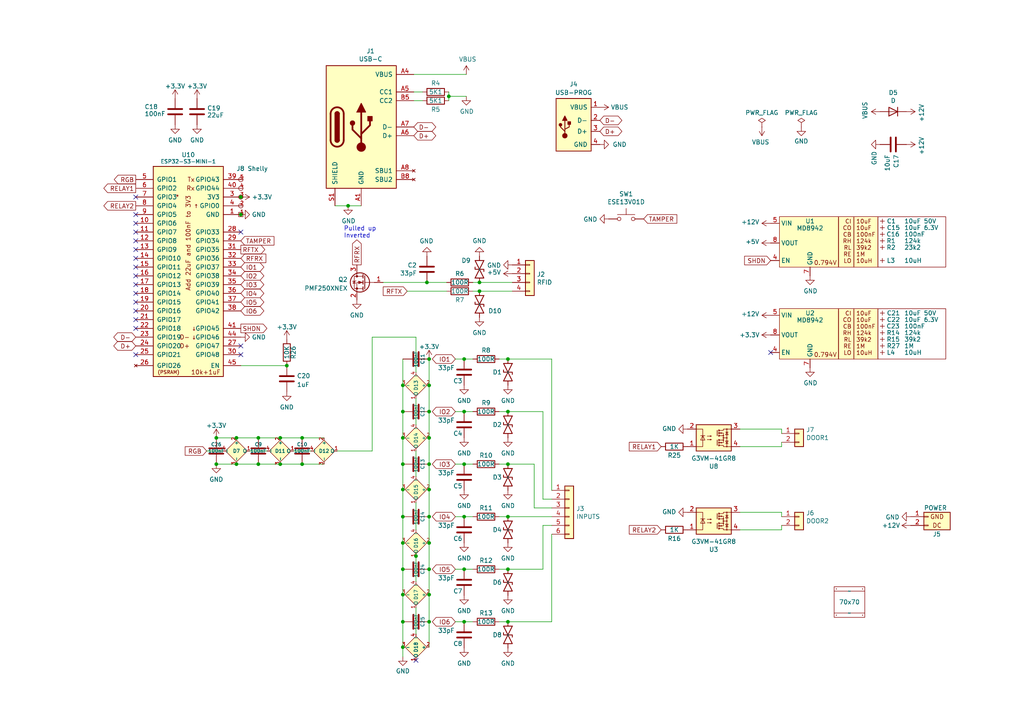
<source format=kicad_sch>
(kicad_sch (version 20230121) (generator eeschema)
  (paper "A4")
  (title_block (title "Access control") (rev "3") (company "Adrian Kennard Andrews & Arnold Ltd") (comment 1 "toot.me.uk/@RevK") (comment 2 "www.me.uk"))
  (junction (at 123.825 81.915))
  (junction (at 120.65 161.29))
  (junction (at 100.965 59.69))
  (junction (at 147.32 134.62))
  (junction (at 69.85 57.15))
  (junction (at 124.46 134.62))
  (junction (at 74.93 134.62))
  (junction (at 74.93 127))
  (junction (at 134.62 104.14))
  (junction (at 116.84 127))
  (junction (at 134.62 180.34))
  (junction (at 116.84 111.76))
  (junction (at 69.85 62.23))
  (junction (at 116.84 141.986))
  (junction (at 134.62 134.62))
  (junction (at 81.28 134.62))
  (junction (at 87.63 134.62))
  (junction (at 116.84 157.48))
  (junction (at 124.46 127))
  (junction (at 116.84 187.706))
  (junction (at 134.62 149.86))
  (junction (at 62.738 127))
  (junction (at 116.84 172.466))
  (junction (at 130.175 27.94))
  (junction (at 116.84 149.86))
  (junction (at 139.065 84.455))
  (junction (at 124.46 119.38))
  (junction (at 116.84 134.62))
  (junction (at 116.84 180.34))
  (junction (at 62.738 134.62))
  (junction (at 147.32 180.34))
  (junction (at 124.46 172.466))
  (junction (at 124.46 165.1))
  (junction (at 124.46 141.986))
  (junction (at 124.46 180.34))
  (junction (at 147.32 165.1))
  (junction (at 87.63 127))
  (junction (at 68.58 127))
  (junction (at 147.32 119.38))
  (junction (at 147.32 104.14))
  (junction (at 116.84 165.1))
  (junction (at 124.46 111.76))
  (junction (at 116.84 119.38))
  (junction (at 68.58 134.62))
  (junction (at 83.185 106.045))
  (junction (at 139.065 81.915))
  (junction (at 124.46 104.14))
  (junction (at 134.62 119.38))
  (junction (at 134.62 165.1))
  (junction (at 124.46 157.48))
  (junction (at 124.46 149.86))
  (junction (at 81.28 127))
  (junction (at 147.32 149.86))
  (no_connect (at 39.37 92.71))
  (no_connect (at 39.37 72.39))
  (no_connect (at 69.85 102.87))
  (no_connect (at 39.37 102.87))
  (no_connect (at 39.37 69.85))
  (no_connect (at 39.37 90.17))
  (no_connect (at 39.37 77.47))
  (no_connect (at 39.37 62.23))
  (no_connect (at 39.37 74.93))
  (no_connect (at 120.65 191.516))
  (no_connect (at 39.37 64.77))
  (no_connect (at 223.52 102.235))
  (no_connect (at 69.85 67.31))
  (no_connect (at 39.37 95.25))
  (no_connect (at 39.37 87.63))
  (no_connect (at 39.37 57.15))
  (no_connect (at 39.37 67.31))
  (no_connect (at 39.37 80.01))
  (no_connect (at 39.37 82.55))
  (no_connect (at 39.37 85.09))
  (no_connect (at 69.85 100.33))
  (wire (pts (xy 226.695 129.54) (xy 214.63 129.54)))
  (wire (pts (xy 116.84 180.34) (xy 116.84 187.706)))
  (wire (pts (xy 74.93 134.62) (xy 81.28 134.62)))
  (wire (pts (xy 118.11 84.455) (xy 129.54 84.455)))
  (wire (pts (xy 120.65 161.29) (xy 120.65 168.656)))
  (wire (pts (xy 81.28 134.62) (xy 87.63 134.62)))
  (wire (pts (xy 116.84 134.62) (xy 116.84 141.986)))
  (wire (pts (xy 116.84 187.706) (xy 116.84 190.5)))
  (wire (pts (xy 139.065 81.915) (xy 148.59 81.915)))
  (wire (pts (xy 107.95 97.79) (xy 120.65 97.79)))
  (wire (pts (xy 124.46 172.466) (xy 124.46 180.34)))
  (wire (pts (xy 144.78 134.62) (xy 147.32 134.62)))
  (wire (pts (xy 87.63 127) (xy 93.98 127)))
  (wire (pts (xy 226.695 153.67) (xy 214.63 153.67)))
  (wire (pts (xy 157.48 119.38) (xy 157.48 144.78)))
  (wire (pts (xy 72.39 130.81) (xy 77.47 130.81)))
  (wire (pts (xy 160.02 154.94) (xy 160.02 180.34)))
  (wire (pts (xy 154.94 147.32) (xy 160.02 147.32)))
  (wire (pts (xy 120.65 160.02) (xy 120.65 161.29)))
  (wire (pts (xy 214.63 148.59) (xy 226.695 148.59)))
  (wire (pts (xy 116.84 149.86) (xy 116.84 157.48)))
  (wire (pts (xy 124.46 134.62) (xy 124.46 141.986)))
  (wire (pts (xy 134.62 119.38) (xy 137.16 119.38)))
  (wire (pts (xy 132.08 165.1) (xy 134.62 165.1)))
  (wire (pts (xy 120.015 26.67) (xy 122.555 26.67)))
  (wire (pts (xy 226.695 128.27) (xy 226.695 129.54)))
  (wire (pts (xy 124.46 157.48) (xy 124.46 165.1)))
  (wire (pts (xy 144.78 180.34) (xy 147.32 180.34)))
  (wire (pts (xy 134.62 104.14) (xy 137.16 104.14)))
  (wire (pts (xy 226.695 125.73) (xy 226.695 124.46)))
  (wire (pts (xy 132.08 134.62) (xy 134.62 134.62)))
  (wire (pts (xy 116.84 127) (xy 116.84 134.62)))
  (wire (pts (xy 116.84 157.48) (xy 116.84 165.1)))
  (wire (pts (xy 147.32 104.14) (xy 160.02 104.14)))
  (wire (pts (xy 130.175 27.94) (xy 130.175 29.21)))
  (wire (pts (xy 69.85 106.045) (xy 83.185 106.045)))
  (wire (pts (xy 74.93 127) (xy 81.28 127)))
  (wire (pts (xy 87.63 134.62) (xy 93.98 134.62)))
  (wire (pts (xy 160.02 180.34) (xy 147.32 180.34)))
  (wire (pts (xy 157.48 152.4) (xy 160.02 152.4)))
  (wire (pts (xy 132.08 149.86) (xy 134.62 149.86)))
  (wire (pts (xy 85.09 130.81) (xy 90.17 130.81)))
  (wire (pts (xy 124.46 149.86) (xy 124.46 157.48)))
  (wire (pts (xy 116.84 172.466) (xy 116.84 180.34)))
  (wire (pts (xy 132.08 180.34) (xy 134.62 180.34)))
  (wire (pts (xy 116.84 141.986) (xy 116.84 149.86)))
  (wire (pts (xy 124.46 104.14) (xy 124.46 111.76)))
  (wire (pts (xy 144.78 119.38) (xy 147.32 119.38)))
  (wire (pts (xy 120.65 115.57) (xy 120.65 123.19)))
  (wire (pts (xy 137.16 81.915) (xy 139.065 81.915)))
  (wire (pts (xy 120.015 21.59) (xy 135.255 21.59)))
  (wire (pts (xy 134.62 180.34) (xy 137.16 180.34)))
  (wire (pts (xy 134.62 149.86) (xy 137.16 149.86)))
  (wire (pts (xy 62.738 134.62) (xy 68.58 134.62)))
  (wire (pts (xy 226.695 152.4) (xy 226.695 153.67)))
  (wire (pts (xy 147.32 149.86) (xy 160.02 149.86)))
  (wire (pts (xy 134.62 165.1) (xy 137.16 165.1)))
  (wire (pts (xy 81.28 127) (xy 87.63 127)))
  (wire (pts (xy 120.65 97.79) (xy 120.65 107.95)))
  (wire (pts (xy 116.84 165.1) (xy 116.84 172.466)))
  (wire (pts (xy 59.944 130.81) (xy 64.77 130.81)))
  (wire (pts (xy 124.46 127) (xy 124.46 134.62)))
  (wire (pts (xy 123.825 81.915) (xy 129.54 81.915)))
  (wire (pts (xy 97.79 130.81) (xy 107.95 130.81)))
  (wire (pts (xy 107.95 130.81) (xy 107.95 97.79)))
  (wire (pts (xy 120.015 29.21) (xy 122.555 29.21)))
  (wire (pts (xy 120.65 145.796) (xy 120.65 153.67)))
  (wire (pts (xy 124.46 141.986) (xy 124.46 149.86)))
  (wire (pts (xy 124.46 111.76) (xy 124.46 119.38)))
  (wire (pts (xy 132.08 104.14) (xy 134.62 104.14)))
  (wire (pts (xy 154.94 134.62) (xy 154.94 147.32)))
  (wire (pts (xy 120.65 176.276) (xy 120.65 183.896)))
  (wire (pts (xy 160.02 104.14) (xy 160.02 142.24)))
  (wire (pts (xy 135.255 27.94) (xy 130.175 27.94)))
  (wire (pts (xy 144.78 104.14) (xy 147.32 104.14)))
  (wire (pts (xy 214.63 124.46) (xy 226.695 124.46)))
  (wire (pts (xy 68.58 127) (xy 74.93 127)))
  (wire (pts (xy 116.84 119.38) (xy 116.84 127)))
  (wire (pts (xy 120.65 130.81) (xy 120.65 138.176)))
  (wire (pts (xy 157.48 144.78) (xy 160.02 144.78)))
  (wire (pts (xy 137.16 84.455) (xy 139.065 84.455)))
  (wire (pts (xy 62.738 127) (xy 68.58 127)))
  (wire (pts (xy 124.46 119.38) (xy 124.46 127)))
  (wire (pts (xy 147.32 134.62) (xy 154.94 134.62)))
  (wire (pts (xy 111.125 81.915) (xy 123.825 81.915)))
  (wire (pts (xy 130.175 26.67) (xy 130.175 27.94)))
  (wire (pts (xy 144.78 149.86) (xy 147.32 149.86)))
  (wire (pts (xy 132.08 119.38) (xy 134.62 119.38)))
  (wire (pts (xy 68.58 134.62) (xy 74.93 134.62)))
  (wire (pts (xy 144.78 165.1) (xy 147.32 165.1)))
  (wire (pts (xy 226.695 149.86) (xy 226.695 148.59)))
  (wire (pts (xy 116.84 104.14) (xy 116.84 111.76)))
  (wire (pts (xy 134.62 134.62) (xy 137.16 134.62)))
  (wire (pts (xy 147.32 165.1) (xy 157.48 165.1)))
  (wire (pts (xy 124.46 180.34) (xy 124.46 187.706)))
  (wire (pts (xy 100.965 59.69) (xy 104.775 59.69)))
  (wire (pts (xy 157.48 165.1) (xy 157.48 152.4)))
  (wire (pts (xy 97.155 59.69) (xy 100.965 59.69)))
  (wire (pts (xy 124.46 165.1) (xy 124.46 172.466)))
  (wire (pts (xy 116.84 111.76) (xy 116.84 119.38)))
  (wire (pts (xy 139.065 84.455) (xy 148.59 84.455)))
  (wire (pts (xy 147.32 119.38) (xy 157.48 119.38)))
  (text "Pulled up\nInverted" (at 99.695 69.215 0) (effects (font (size 1.27 1.27)) (justify left bottom)))
  (global_label "IO3" (shape bidirectional) (at 132.08 134.62 180) (property "Intersheetrefs" "${INTERSHEET_REFS}" (effects hide)))
  (global_label "RELAY2" (shape output) (at 39.37 59.69 180) (property "Intersheetrefs" "${INTERSHEET_REFS}" (effects hide)))
  (global_label "IO4" (shape bidirectional) (at 132.08 149.86 180) (property "Intersheetrefs" "${INTERSHEET_REFS}" (effects hide)))
  (global_label "RGB" (shape input) (at 59.944 130.81 180) (property "Intersheetrefs" "${INTERSHEET_REFS}" (effects hide)))
  (global_label "IO4" (shape bidirectional) (at 69.85 85.09 0) (property "Intersheetrefs" "${INTERSHEET_REFS}" (effects hide)))
  (global_label "IO5" (shape bidirectional) (at 132.08 165.1 180) (property "Intersheetrefs" "${INTERSHEET_REFS}" (effects hide)))
  (global_label "D-" (shape bidirectional) (at 120.015 36.83 0) (property "Intersheetrefs" "${INTERSHEET_REFS}" (effects hide)))
  (global_label "IO2" (shape bidirectional) (at 69.85 80.01 0) (property "Intersheetrefs" "${INTERSHEET_REFS}" (effects hide)))
  (global_label "SHDN" (shape input) (at 223.52 75.565 180) (property "Intersheetrefs" "${INTERSHEET_REFS}" (effects hide)))
  (global_label "RELAY2" (shape input) (at 191.77 153.67 180) (property "Intersheetrefs" "${INTERSHEET_REFS}" (effects hide)))
  (global_label "TAMPER" (shape input) (at 186.69 63.5 0) (property "Intersheetrefs" "${INTERSHEET_REFS}" (effects hide)))
  (global_label "RFTX" (shape output) (at 69.85 72.39 0) (property "Intersheetrefs" "${INTERSHEET_REFS}" (effects hide)))
  (global_label "TAMPER" (shape input) (at 69.85 69.85 0) (property "Intersheetrefs" "${INTERSHEET_REFS}" (effects hide)))
  (global_label "D+" (shape bidirectional) (at 173.99 38.1 0) (property "Intersheetrefs" "${INTERSHEET_REFS}" (effects hide)))
  (global_label "IO1" (shape bidirectional) (at 69.85 77.47 0) (property "Intersheetrefs" "${INTERSHEET_REFS}" (effects hide)))
  (global_label "RELAY1" (shape input) (at 191.77 129.54 180) (property "Intersheetrefs" "${INTERSHEET_REFS}" (effects hide)))
  (global_label "IO6" (shape bidirectional) (at 69.85 90.17 0) (property "Intersheetrefs" "${INTERSHEET_REFS}" (effects hide)))
  (global_label "RGB" (shape output) (at 39.37 52.07 180) (property "Intersheetrefs" "${INTERSHEET_REFS}" (effects hide)))
  (global_label "D-" (shape bidirectional) (at 39.37 97.79 180) (property "Intersheetrefs" "${INTERSHEET_REFS}" (effects hide)))
  (global_label "RFRX" (shape output) (at 103.505 76.835 90) (property "Intersheetrefs" "${INTERSHEET_REFS}" (effects hide)))
  (global_label "D+" (shape bidirectional) (at 120.015 39.37 0) (property "Intersheetrefs" "${INTERSHEET_REFS}" (effects hide)))
  (global_label "IO2" (shape bidirectional) (at 132.08 119.38 180) (property "Intersheetrefs" "${INTERSHEET_REFS}" (effects hide)))
  (global_label "IO1" (shape bidirectional) (at 132.08 104.14 180) (property "Intersheetrefs" "${INTERSHEET_REFS}" (effects hide)))
  (global_label "D-" (shape bidirectional) (at 173.99 34.925 0) (property "Intersheetrefs" "${INTERSHEET_REFS}" (effects hide)))
  (global_label "IO3" (shape bidirectional) (at 69.85 82.55 0) (property "Intersheetrefs" "${INTERSHEET_REFS}" (effects hide)))
  (global_label "RELAY1" (shape output) (at 39.37 54.61 180) (property "Intersheetrefs" "${INTERSHEET_REFS}" (effects hide)))
  (global_label "D+" (shape bidirectional) (at 39.37 100.33 180) (property "Intersheetrefs" "${INTERSHEET_REFS}" (effects hide)))
  (global_label "RFRX" (shape input) (at 69.85 74.93 0) (property "Intersheetrefs" "${INTERSHEET_REFS}" (effects hide)))
  (global_label "IO6" (shape bidirectional) (at 132.08 180.34 180) (property "Intersheetrefs" "${INTERSHEET_REFS}" (effects hide)))
  (global_label "SHDN" (shape output) (at 69.85 95.25 0) (property "Intersheetrefs" "${INTERSHEET_REFS}" (effects hide)))
  (global_label "IO5" (shape bidirectional) (at 69.85 87.63 0) (property "Intersheetrefs" "${INTERSHEET_REFS}" (effects hide)))
  (global_label "RFTX" (shape input) (at 118.11 84.455 180) (property "Intersheetrefs" "${INTERSHEET_REFS}" (effects hide)))
  (symbol (lib_id "RevK:USB-C-Socket-H") (at 104.775 36.83 0) (unit 1)
    (property "Reference" "J1" (at 107.4928 14.8082 0))
    (property "Value" "USB-C" (at 107.4928 17.1196 0))
    (property "Footprint" "RevK:USB-C-Socket-H" (effects hide))
    (property "Datasheet" "https://www.usb.org/sites/default/files/documents/usb_type-c.zip" (effects hide))
    (property "LCSC Part #" "C709357" (effects hide))
  )
  (symbol (lib_id "Device:R") (at 126.365 26.67 90) (unit 1)
    (property "Reference" "R4" (at 126.365 24.13 90))
    (property "Value" "5K1" (at 126.365 26.67 90))
    (property "Footprint" "RevK:R_0402" (effects hide))
  )
  (symbol (lib_id "power:GND") (at 100.965 59.69 0) (unit 1)
    (property "Reference" "#PWR032" (effects hide))
    (property "Value" "GND" (at 101.092 64.0842 0))
  )
  (symbol (lib_id "Device:R") (at 126.365 29.21 270) (unit 1)
    (property "Reference" "R5" (at 126.365 31.75 90))
    (property "Value" "5K1" (at 126.365 29.21 90))
    (property "Footprint" "RevK:R_0402" (effects hide))
  )
  (symbol (lib_id "Connector_Generic:Conn_01x04") (at 153.67 79.375 0) (unit 1)
    (property "Reference" "J2" (at 155.702 79.5782 0) (effects (justify left)))
    (property "Value" "RFID" (at 155.702 81.8896 0) (effects (justify left)))
    (property "Footprint" "RevK:PTSM-HH-4-RA" (effects hide))
  )
  (symbol (lib_id "RevK:PowerIn") (at 269.24 149.86 0) (unit 1)
    (property "Reference" "J5" (at 270.51 154.94 0) (effects (justify left)))
    (property "Value" "POWER" (at 267.97 147.32 0) (effects (justify left)))
    (property "Footprint" "RevK:PTSM-HH1-2-RA-W" (effects hide))
  )
  (symbol (lib_id "power:GND") (at 148.59 76.835 270) (unit 1)
    (property "Reference" "#PWR033" (effects hide))
    (property "Value" "GND" (at 145.3388 76.962 90) (effects (justify right)))
  )
  (symbol (lib_id "power:GND") (at 264.16 149.86 270) (unit 1)
    (property "Reference" "#PWR045" (effects hide))
    (property "Value" "GND" (at 260.9088 149.987 90) (effects (justify right)))
  )
  (symbol (lib_id "power:+5V") (at 148.59 79.375 90) (unit 1)
    (property "Reference" "#PWR034" (effects hide))
    (property "Value" "+5V" (at 145.3388 78.994 90) (effects (justify left)))
  )
  (symbol (lib_id "power:GND") (at 199.39 148.59 270) (mirror x) (unit 1)
    (property "Reference" "#PWR041" (effects hide))
    (property "Value" "GND" (at 196.1388 148.463 90) (effects (justify right)))
  )
  (symbol (lib_id "Device:R") (at 195.58 153.67 270) (mirror x) (unit 1)
    (property "Reference" "R16" (at 195.58 156.21 90))
    (property "Value" "1K" (at 195.58 153.67 90))
    (property "Footprint" "RevK:R_0402" (effects hide))
  )
  (symbol (lib_id "RevK:G3VM-41GR8") (at 207.01 151.13 0) (mirror x) (unit 1)
    (property "Reference" "U3" (at 207.01 159.385 0))
    (property "Value" "G3VM-41GR8" (at 207.01 157.0736 0))
    (property "Footprint" "RevK:Special-SOP-4-3.7x4.55" (effects hide))
    (property "Datasheet" "https://toshiba.semicon-storage.com/info/docget.jsp?did=1284&prodName=TLP3542" (effects hide))
    (property "LCSC Part #" "C2691601" (effects hide))
    (property "JLCPCB Rotation Offset" "180" (effects hide))
  )
  (symbol (lib_id "Connector_Generic:Conn_01x02") (at 231.775 149.86 0) (unit 1)
    (property "Reference" "J6" (at 233.807 148.7932 0) (effects (justify left)))
    (property "Value" "DOOR2" (at 233.807 151.1046 0) (effects (justify left)))
    (property "Footprint" "RevK:PTSM-HH1-2-RA" (effects hide))
  )
  (symbol (lib_id "Connector_Generic:Conn_01x06") (at 165.1 147.32 0) (unit 1)
    (property "Reference" "J3" (at 167.132 147.5232 0) (effects (justify left)))
    (property "Value" "INPUTS" (at 167.132 149.8346 0) (effects (justify left)))
    (property "Footprint" "RevK:PTSM-HH-6-RA" (effects hide))
  )
  (symbol (lib_id "power:+12V") (at 262.89 32.385 270) (unit 1)
    (property "Reference" "#PWR059" (effects hide))
    (property "Value" "+12V" (at 267.2842 32.766 0))
  )
  (symbol (lib_id "power:VBUS") (at 255.27 32.385 90) (unit 1)
    (property "Reference" "#PWR058" (effects hide))
    (property "Value" "VBUS" (at 250.8758 32.004 0))
  )
  (symbol (lib_id "Switch:SW_Push") (at 181.61 63.5 0) (mirror y) (unit 1)
    (property "Reference" "SW1" (at 181.61 56.261 0))
    (property "Value" "ESE13V01D" (at 181.61 58.5724 0))
    (property "Footprint" "RevK:ESE13" (effects hide))
  )
  (symbol (lib_id "power:GND") (at 176.53 63.5 270) (unit 1)
    (property "Reference" "#PWR043" (effects hide))
    (property "Value" "GND" (at 173.2788 63.627 90) (effects (justify right)))
  )
  (symbol (lib_id "Device:R") (at 133.35 84.455 270) (unit 1)
    (property "Reference" "R7" (at 133.35 86.995 90))
    (property "Value" "100R" (at 133.35 84.455 90))
    (property "Footprint" "RevK:R_0402" (effects hide))
  )
  (symbol (lib_id "Device:R") (at 133.35 81.915 270) (unit 1)
    (property "Reference" "R6" (at 133.35 79.375 90))
    (property "Value" "100R" (at 133.35 81.915 90))
    (property "Footprint" "RevK:R_0402" (effects hide))
  )
  (symbol (lib_id "Device:R") (at 140.97 104.14 270) (unit 1)
    (property "Reference" "R8" (at 140.97 101.6 90))
    (property "Value" "100R" (at 140.97 104.14 90))
    (property "Footprint" "RevK:R_0402" (effects hide))
  )
  (symbol (lib_id "Device:R") (at 140.97 119.38 270) (unit 1)
    (property "Reference" "R9" (at 140.97 116.84 90))
    (property "Value" "100R" (at 140.97 119.38 90))
    (property "Footprint" "RevK:R_0402" (effects hide))
  )
  (symbol (lib_id "Device:C") (at 134.62 107.95 0) (mirror x) (unit 1)
    (property "Reference" "C3" (at 131.445 110.49 0) (effects (justify left)))
    (property "Value" "33pF" (at 127 106.68 0) (effects (justify left)))
    (property "Footprint" "RevK:C_0402" (effects hide))
  )
  (symbol (lib_id "power:GND") (at 134.62 111.76 0) (unit 1)
    (property "Reference" "#PWR035" (effects hide))
    (property "Value" "GND" (at 134.62 116.205 0))
  )
  (symbol (lib_id "Device:R") (at 140.97 134.62 270) (unit 1)
    (property "Reference" "R10" (at 140.97 132.08 90))
    (property "Value" "100R" (at 140.97 134.62 90))
    (property "Footprint" "RevK:R_0402" (effects hide))
  )
  (symbol (lib_id "Device:R") (at 140.97 149.86 270) (unit 1)
    (property "Reference" "R11" (at 140.97 147.32 90))
    (property "Value" "100R" (at 140.97 149.86 90))
    (property "Footprint" "RevK:R_0402" (effects hide))
  )
  (symbol (lib_id "Device:R") (at 140.97 165.1 270) (unit 1)
    (property "Reference" "R12" (at 140.97 162.56 90))
    (property "Value" "100R" (at 140.97 165.1 90))
    (property "Footprint" "RevK:R_0402" (effects hide))
  )
  (symbol (lib_id "Device:R") (at 140.97 180.34 270) (unit 1)
    (property "Reference" "R13" (at 140.97 177.8 90))
    (property "Value" "100R" (at 140.97 180.34 90))
    (property "Footprint" "RevK:R_0402" (effects hide))
  )
  (symbol (lib_id "Device:C") (at 123.825 78.105 0) (mirror y) (unit 1)
    (property "Reference" "C2" (at 120.904 76.9366 0) (effects (justify left)))
    (property "Value" "33pF" (at 120.904 79.248 0) (effects (justify left)))
    (property "Footprint" "RevK:C_0402" (effects hide))
  )
  (symbol (lib_id "power:GND") (at 123.825 74.295 180) (unit 1)
    (property "Reference" "#PWR013" (effects hide))
    (property "Value" "GND" (at 123.698 69.9008 0))
  )
  (symbol (lib_id "power:VBUS") (at 135.255 21.59 0) (unit 1)
    (property "Reference" "#PWR030" (effects hide))
    (property "Value" "VBUS" (at 135.636 17.1958 0))
  )
  (symbol (lib_id "power:GND") (at 135.255 27.94 0) (unit 1)
    (property "Reference" "#PWR031" (effects hide))
    (property "Value" "GND" (at 135.382 32.3342 0))
  )
  (symbol (lib_id "power:+12V") (at 264.16 152.4 90) (unit 1)
    (property "Reference" "#PWR0105" (effects hide))
    (property "Value" "+12V" (at 258.445 152.4 90))
  )
  (symbol (lib_id "RevK:Hidden") (at 255.905 102.235 90) (unit 1)
    (property "Reference" "L4" (at 257.175 102.235 90) (effects (justify right)))
    (property "Value" "10uH" (at 262.255 102.235 90) (effects (justify right)))
    (property "Footprint" "RevK:L_4x4_" (effects hide))
  )
  (symbol (lib_id "Device:C") (at 120.65 104.14 270) (mirror x) (unit 1)
    (property "Reference" "C11" (at 122.555 104.14 0) (effects (font (size 1 1))))
    (property "Value" "100nF" (at 120.65 104.14 0) (effects (font (size 1 1))))
    (property "Footprint" "RevK:C_0402" (effects hide))
  )
  (symbol (lib_id "RevK:ES05D1MC10") (at 139.065 88.265 270) (unit 1)
    (property "Reference" "D10" (at 141.605 90.17 90) (effects (justify left)))
    (property "Value" "~" (at 139.065 88.265 0))
    (property "Footprint" "RevK:DFN1006-2L" (effects hide))
    (property "LCSC Part #" "C5137770" (effects hide))
  )
  (symbol (lib_id "power:GND") (at 139.065 74.295 180) (unit 1)
    (property "Reference" "#PWR027" (effects hide))
    (property "Value" "GND" (at 139.065 69.85 0))
  )
  (symbol (lib_id "RevK:ES05D1MC10") (at 147.32 153.67 270) (unit 1)
    (property "Reference" "D4" (at 142.875 153.67 90) (effects (justify left)))
    (property "Value" "~" (at 147.32 153.67 0))
    (property "Footprint" "RevK:DFN1006-2L" (effects hide))
    (property "LCSC Part #" "C5137770" (effects hide))
  )
  (symbol (lib_id "power:+12V") (at 262.89 41.91 270) (unit 1)
    (property "Reference" "#PWR0106" (effects hide))
    (property "Value" "+12V" (at 267.2842 42.291 0))
  )
  (symbol (lib_id "power:PWR_FLAG") (at 232.41 36.83 0) (unit 1)
    (property "Reference" "#FLG02" (effects hide))
    (property "Value" "PWR_FLAG" (at 232.41 32.6969 0))
  )
  (symbol (lib_id "RevK:Hidden") (at 255.905 90.805 0) (unit 1)
    (property "Reference" "C21" (at 257.175 90.805 0) (effects (justify left)))
    (property "Value" "10uF 50V" (at 262.255 90.805 0) (effects (justify left)))
    (property "Footprint" "RevK:C_0603_" (effects hide))
    (property "LCSC Part #" "C1591" (effects hide))
  )
  (symbol (lib_id "Device:C") (at 120.65 119.38 270) (mirror x) (unit 1)
    (property "Reference" "C12" (at 122.555 119.38 0) (effects (font (size 1 1))))
    (property "Value" "100nF" (at 120.65 119.38 0) (effects (font (size 1 1))))
    (property "Footprint" "RevK:C_0402" (effects hide))
  )
  (symbol (lib_id "power:PWR_FLAG") (at 220.98 36.83 0) (unit 1)
    (property "Reference" "#FLG01" (effects hide))
    (property "Value" "PWR_FLAG" (at 220.98 32.6969 0))
  )
  (symbol (lib_id "power:+12V") (at 223.52 64.77 90) (unit 1)
    (property "Reference" "#PWR06" (effects hide))
    (property "Value" "+12V" (at 220.2688 64.389 90) (effects (justify left)))
  )
  (symbol (lib_id "RevK:ES05D1MC10") (at 147.32 123.19 270) (unit 1)
    (property "Reference" "D2" (at 142.875 123.19 90) (effects (justify left)))
    (property "Value" "~" (at 147.32 123.19 0))
    (property "Footprint" "RevK:DFN1006-2L" (effects hide))
    (property "LCSC Part #" "C5137770" (effects hide))
  )
  (symbol (lib_id "RevK:WS2812B-1mm") (at 120.65 127 90) (mirror x) (unit 1)
    (property "Reference" "D14" (at 120.65 127 0) (effects (font (size 1 1))))
    (property "Value" "XL-1010RGBC-WS2812B" (effects hide))
    (property "Footprint" "RevK:SMD1010" (effects hide))
    (property "Datasheet" "https://datasheet.lcsc.com/lcsc/2301111010_XINGLIGHT-XL-1010RGBC-WS2812B_C5349953.pdf" (effects hide))
    (property "LCSC Part #" "C5349953" (effects hide))
  )
  (symbol (lib_id "power:GND") (at 232.41 36.83 0) (unit 1)
    (property "Reference" "#PWR029" (effects hide))
    (property "Value" "GND" (at 232.41 40.9631 0))
  )
  (symbol (lib_id "RevK:Hidden") (at 255.905 100.33 0) (unit 1)
    (property "Reference" "R27" (at 257.175 100.33 0) (effects (justify left)))
    (property "Value" "1M" (at 262.255 100.33 0) (effects (justify left)))
    (property "Footprint" "RevK:R_0402_" (effects hide))
  )
  (symbol (lib_id "RevK:WS2812B-1mm") (at 68.58 130.81 0) (mirror x) (unit 1)
    (property "Reference" "D7" (at 68.58 130.81 0) (effects (font (size 1 1))))
    (property "Value" "XL-1010RGBC-WS2812B" (effects hide))
    (property "Footprint" "RevK:SMD1010" (effects hide))
    (property "Datasheet" "https://datasheet.lcsc.com/lcsc/2301111010_XINGLIGHT-XL-1010RGBC-WS2812B_C5349953.pdf" (effects hide))
    (property "LCSC Part #" "C5349953" (effects hide))
  )
  (symbol (lib_id "power:GND") (at 134.62 157.48 0) (unit 1)
    (property "Reference" "#PWR019" (effects hide))
    (property "Value" "GND" (at 134.62 161.925 0))
  )
  (symbol (lib_id "power:GND") (at 255.27 41.91 270) (unit 1)
    (property "Reference" "#PWR0107" (effects hide))
    (property "Value" "GND" (at 253.5662 43.815 0) (effects (justify left)))
  )
  (symbol (lib_id "RevK:Hidden") (at 255.905 69.85 0) (unit 1)
    (property "Reference" "R1" (at 258.445 69.85 0))
    (property "Value" "124k" (at 262.255 69.85 0) (effects (justify left)))
    (property "Footprint" "RevK:R_0402_" (effects hide))
  )
  (symbol (lib_id "Device:C") (at 87.63 130.81 0) (mirror y) (unit 1)
    (property "Reference" "C10" (at 87.63 128.905 0) (effects (font (size 1 1))))
    (property "Value" "100nF" (at 87.63 130.81 0) (effects (font (size 1 1))))
    (property "Footprint" "RevK:C_0402" (effects hide))
  )
  (symbol (lib_id "RevK:Hidden") (at 255.905 98.425 270) (unit 1)
    (property "Reference" "R15" (at 259.08 98.425 90))
    (property "Value" "39k2" (at 262.255 98.425 90) (effects (justify left)))
    (property "Footprint" "RevK:R_0402_" (effects hide))
  )
  (symbol (lib_id "RevK:USB-PROG") (at 166.37 36.195 0) (unit 1)
    (property "Reference" "J4" (at 166.37 24.4307 0))
    (property "Value" "USB-PROG" (at 166.37 26.8549 0))
    (property "Footprint" "RevK:USB-PROG" (effects hide))
    (property "Datasheet" " ~" (effects hide))
  )
  (symbol (lib_id "power:VBUS") (at 173.99 31.115 270) (unit 1)
    (property "Reference" "#PWR08" (effects hide))
    (property "Value" "VBUS" (at 179.705 31.115 90))
  )
  (symbol (lib_id "RevK:ESP32-S3-MINI-1-N4R2") (at 54.61 78.74 0) (unit 1)
    (property "Reference" "U10" (at 54.61 44.9032 0))
    (property "Value" "ESP32-S3-MINI-1" (at 54.61 46.8396 0) (effects (font (size 1.1 1.1))))
    (property "Footprint" "RevK:ESP32-S3-MINI-1" (effects hide))
    (property "Datasheet" "https://www.espressif.com/sites/default/files/documentation/esp32-s3-mini-1_mini-1u_datasheet_en.pdf" (effects hide))
    (property "LCSC Part #" "C3013941" (effects hide))
  )
  (symbol (lib_id "power:+3.3V") (at 62.738 127 0) (unit 1)
    (property "Reference" "#PWR011" (effects hide))
    (property "Value" "+3.3V" (at 62.738 123.4242 0))
  )
  (symbol (lib_id "RevK:WS2812B-1mm") (at 93.98 130.81 0) (mirror x) (unit 1)
    (property "Reference" "D12" (at 93.98 130.81 0) (effects (font (size 1 1))))
    (property "Value" "XL-1010RGBC-WS2812B" (effects hide))
    (property "Footprint" "RevK:SMD1010" (effects hide))
    (property "Datasheet" "https://datasheet.lcsc.com/lcsc/2301111010_XINGLIGHT-XL-1010RGBC-WS2812B_C5349953.pdf" (effects hide))
    (property "LCSC Part #" "C5349953" (effects hide))
  )
  (symbol (lib_id "power:GND") (at 147.32 111.76 0) (unit 1)
    (property "Reference" "#PWR07" (effects hide))
    (property "Value" "GND" (at 147.32 116.205 0))
  )
  (symbol (lib_id "power:+3.3V") (at 83.185 98.425 0) (unit 1)
    (property "Reference" "#PWR062" (effects hide))
    (property "Value" "+3.3V" (at 83.185 94.8492 0))
  )
  (symbol (lib_id "power:VBUS") (at 220.98 36.83 180) (unit 1)
    (property "Reference" "#PWR028" (effects hide))
    (property "Value" "VBUS" (at 220.599 41.2242 0))
  )
  (symbol (lib_id "RevK:G3VM-41GR8") (at 207.01 127 0) (mirror x) (unit 1)
    (property "Reference" "U8" (at 207.01 135.255 0))
    (property "Value" "G3VM-41GR8" (at 207.01 132.9436 0))
    (property "Footprint" "RevK:Special-SOP-4-3.7x4.55" (effects hide))
    (property "Datasheet" "https://toshiba.semicon-storage.com/info/docget.jsp?did=1284&prodName=TLP3542" (effects hide))
    (property "LCSC Part #" "C2691601" (effects hide))
    (property "JLCPCB Rotation Offset" "180" (effects hide))
  )
  (symbol (lib_id "power:GND") (at 57.15 36.195 0) (unit 1)
    (property "Reference" "#PWR046" (effects hide))
    (property "Value" "GND" (at 57.15 40.6384 0))
  )
  (symbol (lib_id "Device:C") (at 120.65 180.34 270) (mirror x) (unit 1)
    (property "Reference" "C25" (at 122.555 180.34 0) (effects (font (size 1 1))))
    (property "Value" "100nF" (at 120.65 180.34 0) (effects (font (size 1 1))))
    (property "Footprint" "RevK:C_0402" (effects hide))
  )
  (symbol (lib_id "power:GND") (at 147.32 142.24 0) (unit 1)
    (property "Reference" "#PWR018" (effects hide))
    (property "Value" "GND" (at 147.32 146.685 0))
  )
  (symbol (lib_id "power:+3.3V") (at 57.15 28.575 0) (unit 1)
    (property "Reference" "#PWR044" (effects hide))
    (property "Value" "+3.3V" (at 57.15 24.9992 0))
  )
  (symbol (lib_id "RevK:VCUT") (at 246.38 177.8 0) (unit 1) (in_bom no)
    (property "Reference" "V2" (effects hide))
    (property "Value" "~" (at 246.38 177.8 0))
    (property "Footprint" "RevK:VCUT70" (effects hide))
    (property "Sim.Enable" "0" (effects hide))
  )
  (symbol (lib_id "RevK:Hidden") (at 255.905 67.945 90) (unit 1)
    (property "Reference" "C16" (at 260.985 67.945 90) (effects (justify left)))
    (property "Value" "100nF" (at 262.255 67.945 90) (effects (justify right)))
    (property "Footprint" "RevK:C_0603_" (effects hide))
  )
  (symbol (lib_id "RevK:MD89420-RegBlock") (at 234.95 70.485 0) (unit 1)
    (property "Reference" "U1" (at 234.95 64.135 0))
    (property "Value" "MD8942" (at 234.95 66.183 0))
    (property "Footprint" "RevK:SOT-23-6-MD8942" (effects hide))
    (property "Datasheet" "https://datasheet.lcsc.com/lcsc/2101111937_Shanghai-Mingda-Microelectronics-MD8942_C2684786.pdf" (effects hide))
    (property "LCSC Part #" "C2684786" (effects hide))
  )
  (symbol (lib_id "power:GND") (at 50.8 36.195 0) (unit 1)
    (property "Reference" "#PWR022" (effects hide))
    (property "Value" "GND" (at 50.8 40.6384 0))
  )
  (symbol (lib_id "RevK:WS2812B-1mm") (at 120.65 111.76 90) (mirror x) (unit 1)
    (property "Reference" "D13" (at 120.65 111.76 0) (effects (font (size 1 1))))
    (property "Value" "XL-1010RGBC-WS2812B" (effects hide))
    (property "Footprint" "RevK:SMD1010" (effects hide))
    (property "Datasheet" "https://datasheet.lcsc.com/lcsc/2301111010_XINGLIGHT-XL-1010RGBC-WS2812B_C5349953.pdf" (effects hide))
    (property "LCSC Part #" "C5349953" (effects hide))
  )
  (symbol (lib_id "Device:R") (at 195.58 129.54 270) (mirror x) (unit 1)
    (property "Reference" "R25" (at 195.58 132.08 90))
    (property "Value" "1K" (at 195.58 129.54 90))
    (property "Footprint" "RevK:R_0402" (effects hide))
  )
  (symbol (lib_id "power:GND") (at 147.32 187.96 0) (unit 1)
    (property "Reference" "#PWR025" (effects hide))
    (property "Value" "GND" (at 147.32 192.405 0))
  )
  (symbol (lib_id "RevK:Shelly") (at 69.85 57.15 0) (unit 1) (in_bom no)
    (property "Reference" "J8" (at 68.58 48.895 0) (effects (justify left)))
    (property "Value" "Shelly" (at 71.755 48.895 0) (effects (justify left)))
    (property "Footprint" "RevK:Shelly" (effects hide))
  )
  (symbol (lib_id "power:+12V") (at 223.52 91.44 90) (unit 1)
    (property "Reference" "#PWR05" (effects hide))
    (property "Value" "+12V" (at 220.2688 91.059 90) (effects (justify left)))
  )
  (symbol (lib_id "RevK:ES05D1MC10") (at 147.32 107.95 270) (unit 1)
    (property "Reference" "D1" (at 142.875 107.95 90) (effects (justify left)))
    (property "Value" "~" (at 147.32 107.95 0))
    (property "Footprint" "RevK:DFN1006-2L" (effects hide))
    (property "LCSC Part #" "C5137770" (effects hide))
  )
  (symbol (lib_id "Device:C") (at 74.93 130.81 0) (mirror y) (unit 1)
    (property "Reference" "C9" (at 74.93 128.905 0) (effects (font (size 1 1))))
    (property "Value" "100nF" (at 74.93 130.81 0) (effects (font (size 1 1))))
    (property "Footprint" "RevK:C_0402" (effects hide))
  )
  (symbol (lib_id "Device:C") (at 57.15 32.385 0) (unit 1)
    (property "Reference" "C19" (at 60.071 31.361 0) (effects (justify left)))
    (property "Value" "22uF" (at 60.071 33.409 0) (effects (justify left)))
    (property "Footprint" "RevK:C_0402" (effects hide))
  )
  (symbol (lib_id "power:GND") (at 134.62 127 0) (unit 1)
    (property "Reference" "#PWR015" (effects hide))
    (property "Value" "GND" (at 134.62 131.445 0))
  )
  (symbol (lib_id "power:+3.3V") (at 124.46 104.14 0) (unit 1)
    (property "Reference" "#PWR036" (effects hide))
    (property "Value" "+3.3V" (at 124.46 100.5642 0))
  )
  (symbol (lib_id "power:GND") (at 69.85 62.23 90) (unit 1)
    (property "Reference" "#PWR061" (effects hide))
    (property "Value" "GND" (at 73.025 62.23 90) (effects (justify right)))
  )
  (symbol (lib_id "Device:C") (at 120.65 165.1 270) (mirror x) (unit 1)
    (property "Reference" "C24" (at 122.555 165.1 0) (effects (font (size 1 1))))
    (property "Value" "100nF" (at 120.65 165.1 0) (effects (font (size 1 1))))
    (property "Footprint" "RevK:C_0402" (effects hide))
  )
  (symbol (lib_id "Device:C") (at 134.62 168.91 0) (mirror x) (unit 1)
    (property "Reference" "C7" (at 131.445 171.45 0) (effects (justify left)))
    (property "Value" "33pF" (at 127 167.64 0) (effects (justify left)))
    (property "Footprint" "RevK:C_0402" (effects hide))
  )
  (symbol (lib_id "power:GND") (at 234.95 106.68 0) (unit 1)
    (property "Reference" "#PWR04" (effects hide))
    (property "Value" "GND" (at 235.077 111.0742 0))
  )
  (symbol (lib_id "RevK:Hidden") (at 255.905 66.04 0) (unit 1)
    (property "Reference" "C15" (at 257.175 66.04 0) (effects (justify left)))
    (property "Value" "10uF 6.3V" (at 262.255 66.04 0) (effects (justify left)))
    (property "Footprint" "RevK:C_0603_" (effects hide))
    (property "LCSC Part #" "C1691" (effects hide))
  )
  (symbol (lib_id "RevK:ES05D1MC10") (at 147.32 138.43 270) (unit 1)
    (property "Reference" "D3" (at 142.875 138.43 90) (effects (justify left)))
    (property "Value" "~" (at 147.32 138.43 0))
    (property "Footprint" "RevK:DFN1006-2L" (effects hide))
    (property "LCSC Part #" "C5137770" (effects hide))
  )
  (symbol (lib_id "RevK:WS2812B-1mm") (at 120.65 172.466 90) (mirror x) (unit 1)
    (property "Reference" "D17" (at 120.65 172.466 0) (effects (font (size 1 1))))
    (property "Value" "XL-1010RGBC-WS2812B" (effects hide))
    (property "Footprint" "RevK:SMD1010" (effects hide))
    (property "Datasheet" "https://datasheet.lcsc.com/lcsc/2301111010_XINGLIGHT-XL-1010RGBC-WS2812B_C5349953.pdf" (effects hide))
    (property "LCSC Part #" "C5349953" (effects hide))
  )
  (symbol (lib_id "RevK:WS2812B-1mm") (at 120.65 187.706 90) (mirror x) (unit 1)
    (property "Reference" "D18" (at 120.65 187.706 0) (effects (font (size 1 1))))
    (property "Value" "XL-1010RGBC-WS2812B" (effects hide))
    (property "Footprint" "RevK:SMD1010" (effects hide))
    (property "Datasheet" "https://datasheet.lcsc.com/lcsc/2301111010_XINGLIGHT-XL-1010RGBC-WS2812B_C5349953.pdf" (effects hide))
    (property "LCSC Part #" "C5349953" (effects hide))
  )
  (symbol (lib_id "RevK:PCB") (at 246.38 174.625 0) (unit 1) (in_bom no)
    (property "Reference" "PCB1" (effects hide))
    (property "Value" "70x70" (at 246.38 174.625 0))
    (property "Footprint" "RevK:PCB7070" (effects hide))
  )
  (symbol (lib_id "Device:C") (at 134.62 184.15 0) (mirror x) (unit 1)
    (property "Reference" "C8" (at 131.445 186.69 0) (effects (justify left)))
    (property "Value" "33pF" (at 127 182.88 0) (effects (justify left)))
    (property "Footprint" "RevK:C_0402" (effects hide))
  )
  (symbol (lib_id "RevK:Hidden") (at 255.905 96.52 0) (unit 1)
    (property "Reference" "R14" (at 259.08 96.52 0))
    (property "Value" "124k" (at 262.255 96.52 0) (effects (justify left)))
    (property "Footprint" "RevK:R_0402_" (effects hide))
  )
  (symbol (lib_id "power:GND") (at 147.32 157.48 0) (unit 1)
    (property "Reference" "#PWR020" (effects hide))
    (property "Value" "GND" (at 147.32 161.925 0))
  )
  (symbol (lib_id "power:+5V") (at 223.52 70.485 90) (unit 1)
    (property "Reference" "#PWR01" (effects hide))
    (property "Value" "+5V" (at 220.2688 70.104 90) (effects (justify left)))
  )
  (symbol (lib_id "RevK:ES05D1MC10") (at 139.065 78.105 90) (unit 1)
    (property "Reference" "D9" (at 136.525 75.565 90) (effects (justify left)))
    (property "Value" "~" (at 139.065 78.105 0))
    (property "Footprint" "RevK:DFN1006-2L" (effects hide))
    (property "LCSC Part #" "C5137770" (effects hide))
  )
  (symbol (lib_id "Device:C") (at 134.62 153.67 0) (mirror x) (unit 1)
    (property "Reference" "C6" (at 131.445 156.21 0) (effects (justify left)))
    (property "Value" "33pF" (at 127 152.4 0) (effects (justify left)))
    (property "Footprint" "RevK:C_0402" (effects hide))
  )
  (symbol (lib_id "RevK:ES05D1MC10") (at 147.32 184.15 270) (unit 1)
    (property "Reference" "D8" (at 142.875 184.15 90) (effects (justify left)))
    (property "Value" "~" (at 147.32 184.15 0))
    (property "Footprint" "RevK:DFN1006-2L" (effects hide))
    (property "LCSC Part #" "C5137770" (effects hide))
  )
  (symbol (lib_id "RevK:Hidden") (at 255.905 92.71 0) (unit 1)
    (property "Reference" "C22" (at 257.175 92.71 0) (effects (justify left)))
    (property "Value" "10uF 6.3V" (at 262.255 92.71 0) (effects (justify left)))
    (property "Footprint" "RevK:C_0603_" (effects hide))
    (property "LCSC Part #" "C1691" (effects hide))
  )
  (symbol (lib_id "power:GND") (at 173.99 41.91 90) (unit 1)
    (property "Reference" "#PWR09" (effects hide))
    (property "Value" "GND" (at 179.705 41.91 90))
  )
  (symbol (lib_id "power:GND") (at 147.32 172.72 0) (unit 1)
    (property "Reference" "#PWR023" (effects hide))
    (property "Value" "GND" (at 147.32 177.165 0))
  )
  (symbol (lib_id "RevK:WS2812B-1mm") (at 120.65 157.48 90) (mirror x) (unit 1)
    (property "Reference" "D16" (at 120.65 157.48 0) (effects (font (size 1 1))))
    (property "Value" "XL-1010RGBC-WS2812B" (effects hide))
    (property "Footprint" "RevK:SMD1010" (effects hide))
    (property "Datasheet" "https://datasheet.lcsc.com/lcsc/2301111010_XINGLIGHT-XL-1010RGBC-WS2812B_C5349953.pdf" (effects hide))
    (property "LCSC Part #" "C5349953" (effects hide))
  )
  (symbol (lib_id "RevK:WS2812B-1mm") (at 120.65 141.986 90) (mirror x) (unit 1)
    (property "Reference" "D15" (at 120.65 141.986 0) (effects (font (size 1 1))))
    (property "Value" "XL-1010RGBC-WS2812B" (effects hide))
    (property "Footprint" "RevK:SMD1010" (effects hide))
    (property "Datasheet" "https://datasheet.lcsc.com/lcsc/2301111010_XINGLIGHT-XL-1010RGBC-WS2812B_C5349953.pdf" (effects hide))
    (property "LCSC Part #" "C5349953" (effects hide))
  )
  (symbol (lib_id "RevK:WS2812B-1mm") (at 81.28 130.81 0) (mirror x) (unit 1)
    (property "Reference" "D11" (at 81.28 130.81 0) (effects (font (size 1 1))))
    (property "Value" "XL-1010RGBC-WS2812B" (effects hide))
    (property "Footprint" "RevK:SMD1010" (effects hide))
    (property "Datasheet" "https://datasheet.lcsc.com/lcsc/2301111010_XINGLIGHT-XL-1010RGBC-WS2812B_C5349953.pdf" (effects hide))
    (property "LCSC Part #" "C5349953" (effects hide))
  )
  (symbol (lib_id "Connector_Generic:Conn_01x02") (at 231.775 125.73 0) (unit 1)
    (property "Reference" "J7" (at 233.807 124.6632 0) (effects (justify left)))
    (property "Value" "DOOR1" (at 233.807 126.9746 0) (effects (justify left)))
    (property "Footprint" "RevK:PTSM-HH1-2-RA" (effects hide))
  )
  (symbol (lib_id "Device:C") (at 83.185 109.855 0) (unit 1)
    (property "Reference" "C20" (at 86.106 109.0203 0) (effects (justify left)))
    (property "Value" "1uF" (at 86.106 111.5572 0) (effects (justify left)))
    (property "Footprint" "RevK:C_0402" (effects hide))
  )
  (symbol (lib_id "power:+3.3V") (at 223.52 97.155 90) (unit 1)
    (property "Reference" "#PWR03" (effects hide))
    (property "Value" "+3.3V" (at 220.345 97.155 90) (effects (justify left)))
  )
  (symbol (lib_id "RevK:ES05D1MC10") (at 147.32 168.91 270) (unit 1)
    (property "Reference" "D6" (at 142.875 168.91 90) (effects (justify left)))
    (property "Value" "~" (at 147.32 168.91 0))
    (property "Footprint" "RevK:DFN1006-2L" (effects hide))
    (property "LCSC Part #" "C5137770" (effects hide))
  )
  (symbol (lib_id "Device:R") (at 83.185 102.235 0) (unit 1)
    (property "Reference" "R26" (at 85.09 102.235 90))
    (property "Value" "10K" (at 83.185 102.235 90))
    (property "Footprint" "RevK:R_0402" (effects hide))
  )
  (symbol (lib_id "power:GND") (at 139.065 92.075 0) (unit 1)
    (property "Reference" "#PWR026" (effects hide))
    (property "Value" "GND" (at 139.065 96.52 0))
  )
  (symbol (lib_id "power:GND") (at 69.85 97.79 90) (unit 1)
    (property "Reference" "#PWR010" (effects hide))
    (property "Value" "GND" (at 73.025 97.79 90) (effects (justify right)))
  )
  (symbol (lib_id "RevK:Hidden") (at 255.905 64.135 0) (unit 1)
    (property "Reference" "C1" (at 257.175 64.135 0) (effects (justify left)))
    (property "Value" "10uF 50V" (at 262.255 64.135 0) (effects (justify left)))
    (property "Footprint" "RevK:C_0603_" (effects hide))
    (property "LCSC Part #" "C1591" (effects hide))
  )
  (symbol (lib_id "Device:C") (at 134.62 123.19 0) (mirror x) (unit 1)
    (property "Reference" "C4" (at 131.445 125.73 0) (effects (justify left)))
    (property "Value" "33pF" (at 127 121.92 0) (effects (justify left)))
    (property "Footprint" "RevK:C_0402" (effects hide))
  )
  (symbol (lib_id "power:GND") (at 62.738 134.62 0) (unit 1)
    (property "Reference" "#PWR012" (effects hide))
    (property "Value" "GND" (at 62.738 139.0634 0))
  )
  (symbol (lib_id "power:GND") (at 103.505 86.995 0) (unit 1)
    (property "Reference" "#PWR0108" (effects hide))
    (property "Value" "GND" (at 103.505 91.4384 0))
  )
  (symbol (lib_id "power:+3.3V") (at 50.8 28.575 0) (unit 1)
    (property "Reference" "#PWR014" (effects hide))
    (property "Value" "+3.3V" (at 50.8 24.9992 0))
  )
  (symbol (lib_id "RevK:Hidden") (at 255.905 71.755 270) (unit 1)
    (property "Reference" "R2" (at 258.445 71.755 90))
    (property "Value" "23k2" (at 262.255 71.755 90) (effects (justify left)))
    (property "Footprint" "RevK:R_0402_" (effects hide))
  )
  (symbol (lib_id "power:GND") (at 234.95 80.01 0) (unit 1)
    (property "Reference" "#PWR02" (effects hide))
    (property "Value" "GND" (at 235.077 84.4042 0))
  )
  (symbol (lib_id "RevK:Hidden") (at 255.905 94.615 90) (unit 1)
    (property "Reference" "C23" (at 260.985 94.615 90) (effects (justify left)))
    (property "Value" "100nF" (at 262.255 94.615 90) (effects (justify right)))
    (property "Footprint" "RevK:C_0603_" (effects hide))
  )
  (symbol (lib_id "Device:C") (at 134.62 138.43 0) (mirror x) (unit 1)
    (property "Reference" "C5" (at 131.445 140.97 0) (effects (justify left)))
    (property "Value" "33pF" (at 127 137.16 0) (effects (justify left)))
    (property "Footprint" "RevK:C_0402" (effects hide))
  )
  (symbol (lib_id "Device:C") (at 259.08 41.91 270) (unit 1)
    (property "Reference" "C17" (at 259.9147 44.831 0) (effects (justify left)))
    (property "Value" "10uF" (at 257.3778 44.831 0) (effects (justify left)))
    (property "Footprint" "RevK:C_0402" (effects hide))
  )
  (symbol (lib_id "RevK:Hidden") (at 255.905 75.565 90) (unit 1)
    (property "Reference" "L3" (at 257.175 75.565 90) (effects (justify right)))
    (property "Value" "10uH" (at 262.255 75.565 90) (effects (justify right)))
    (property "Footprint" "RevK:L_4x4_" (effects hide))
  )
  (symbol (lib_id "RevK:NX7002AK") (at 106.045 81.915 0) (mirror y) (unit 1)
    (property "Reference" "Q2" (at 100.838 81.0803 0) (effects (justify left)))
    (property "Value" "PMF250XNEX" (at 100.838 83.6172 0) (effects (justify left)))
    (property "Footprint" "RevK:SOT-323_SC-70" (effects hide))
    (property "Part No" "PMF250XNEX" (effects hide))
    (property "LCSC Part #" "C504047" (effects hide))
    (property "JLCPCB Rotation Offset" "0" (effects hide))
  )
  (symbol (lib_id "power:GND") (at 134.62 172.72 0) (unit 1)
    (property "Reference" "#PWR021" (effects hide))
    (property "Value" "GND" (at 134.62 177.165 0))
  )
  (symbol (lib_id "power:+3.3V") (at 69.85 57.15 270) (unit 1)
    (property "Reference" "#PWR060" (effects hide))
    (property "Value" "+3.3V" (at 73.025 57.15 90) (effects (justify left)))
  )
  (symbol (lib_id "power:GND") (at 199.39 124.46 270) (mirror x) (unit 1)
    (property "Reference" "#PWR0111" (effects hide))
    (property "Value" "GND" (at 196.1388 124.333 90) (effects (justify right)))
  )
  (symbol (lib_id "RevK:MD89420-RegBlock") (at 234.95 97.155 0) (unit 1)
    (property "Reference" "U2" (at 234.95 90.805 0))
    (property "Value" "MD8942" (at 234.95 92.853 0))
    (property "Footprint" "RevK:SOT-23-6-MD8942" (effects hide))
    (property "Datasheet" "https://datasheet.lcsc.com/lcsc/2101111937_Shanghai-Mingda-Microelectronics-MD8942_C2684786.pdf" (effects hide))
    (property "LCSC Part #" "C2684786" (effects hide))
  )
  (symbol (lib_id "Device:D") (at 259.08 32.385 180) (unit 1)
    (property "Reference" "D5" (at 259.08 26.8732 0))
    (property "Value" "D" (at 259.08 29.1846 0))
    (property "Footprint" "RevK:D_SOD-123" (effects hide))
    (property "LCSC Part #" "C1884542" (effects hide))
    (property "Sim.Device" "D" (effects hide))
    (property "Sim.Pins" "1=K 2=A" (effects hide))
  )
  (symbol (lib_id "RevK:VCUT") (at 246.38 171.45 0) (unit 1) (in_bom no)
    (property "Reference" "V1" (effects hide))
    (property "Value" "~" (at 246.38 171.45 0))
    (property "Footprint" "RevK:VCUT70" (effects hide))
    (property "Sim.Enable" "0" (effects hide))
  )
  (symbol (lib_id "power:GND") (at 134.62 142.24 0) (unit 1)
    (property "Reference" "#PWR017" (effects hide))
    (property "Value" "GND" (at 134.62 146.685 0))
  )
  (symbol (lib_id "power:GND") (at 134.62 187.96 0) (unit 1)
    (property "Reference" "#PWR024" (effects hide))
    (property "Value" "GND" (at 134.62 192.405 0))
  )
  (symbol (lib_id "Device:C") (at 120.65 134.62 270) (mirror x) (unit 1)
    (property "Reference" "C13" (at 122.555 134.62 0) (effects (font (size 1 1))))
    (property "Value" "100nF" (at 120.65 134.62 0) (effects (font (size 1 1))))
    (property "Footprint" "RevK:C_0402" (effects hide))
  )
  (symbol (lib_id "power:GND") (at 83.185 113.665 0) (unit 1)
    (property "Reference" "#PWR063" (effects hide))
    (property "Value" "GND" (at 83.185 118.1084 0))
  )
  (symbol (lib_id "Device:C") (at 120.65 149.86 270) (mirror x) (unit 1)
    (property "Reference" "C14" (at 122.555 149.86 0) (effects (font (size 1 1))))
    (property "Value" "100nF" (at 120.65 149.86 0) (effects (font (size 1 1))))
    (property "Footprint" "RevK:C_0402" (effects hide))
  )
  (symbol (lib_id "power:GND") (at 147.32 127 0) (unit 1)
    (property "Reference" "#PWR016" (effects hide))
    (property "Value" "GND" (at 147.32 131.445 0))
  )
  (symbol (lib_id "Device:C") (at 62.738 130.81 0) (mirror y) (unit 1)
    (property "Reference" "C26" (at 62.738 128.905 0) (effects (font (size 1 1))))
    (property "Value" "100nF" (at 62.738 130.81 0) (effects (font (size 1 1))))
    (property "Footprint" "RevK:C_0402" (effects hide))
  )
  (symbol (lib_id "power:GND") (at 116.84 190.5 0) (unit 1)
    (property "Reference" "#PWR037" (effects hide))
    (property "Value" "GND" (at 116.84 194.6331 0))
  )
  (symbol (lib_id "Device:C") (at 50.8 32.385 0) (unit 1)
    (property "Reference" "C18" (at 41.91 30.972 0) (effects (justify left)))
    (property "Value" "100nF" (at 41.91 33.02 0) (effects (justify left)))
    (property "Footprint" "RevK:C_0402" (effects hide))
  )
)
</source>
